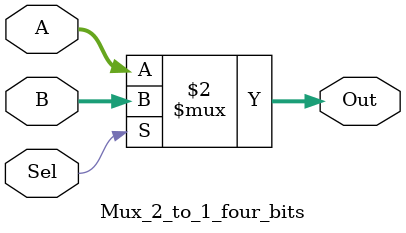
<source format=v>
module Mux_2_to_1_four_bits (
    input [3:0] A , B ,
    input Sel ,
    output [3:0] Out
);

assign Out = ( Sel == 0 ) ? A : B ;

endmodule 

</source>
